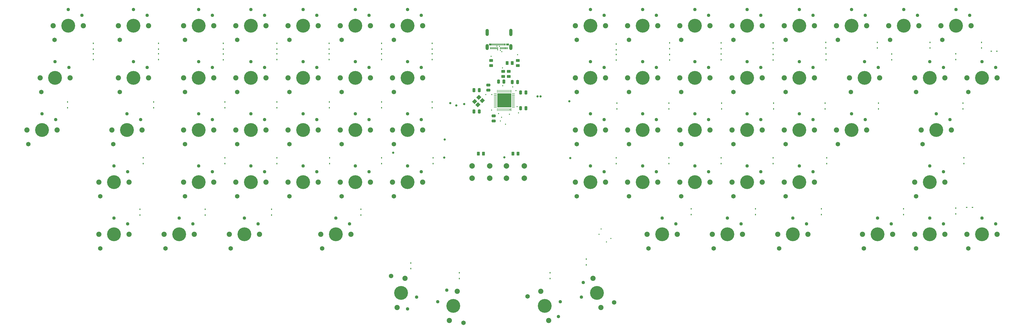
<source format=gbr>
%TF.GenerationSoftware,KiCad,Pcbnew,(6.0.10)*%
%TF.CreationDate,2023-02-07T21:59:56+13:00*%
%TF.ProjectId,orthoCode,6f727468-6f43-46f6-9465-2e6b69636164,rev?*%
%TF.SameCoordinates,Original*%
%TF.FileFunction,Soldermask,Top*%
%TF.FilePolarity,Negative*%
%FSLAX46Y46*%
G04 Gerber Fmt 4.6, Leading zero omitted, Abs format (unit mm)*
G04 Created by KiCad (PCBNEW (6.0.10)) date 2023-02-07 21:59:56*
%MOMM*%
%LPD*%
G01*
G04 APERTURE LIST*
G04 Aperture macros list*
%AMRoundRect*
0 Rectangle with rounded corners*
0 $1 Rounding radius*
0 $2 $3 $4 $5 $6 $7 $8 $9 X,Y pos of 4 corners*
0 Add a 4 corners polygon primitive as box body*
4,1,4,$2,$3,$4,$5,$6,$7,$8,$9,$2,$3,0*
0 Add four circle primitives for the rounded corners*
1,1,$1+$1,$2,$3*
1,1,$1+$1,$4,$5*
1,1,$1+$1,$6,$7*
1,1,$1+$1,$8,$9*
0 Add four rect primitives between the rounded corners*
20,1,$1+$1,$2,$3,$4,$5,0*
20,1,$1+$1,$4,$5,$6,$7,0*
20,1,$1+$1,$6,$7,$8,$9,0*
20,1,$1+$1,$8,$9,$2,$3,0*%
%AMRotRect*
0 Rectangle, with rotation*
0 The origin of the aperture is its center*
0 $1 length*
0 $2 width*
0 $3 Rotation angle, in degrees counterclockwise*
0 Add horizontal line*
21,1,$1,$2,0,0,$3*%
G04 Aperture macros list end*
%ADD10RotRect,1.400000X1.200000X45.000000*%
%ADD11C,2.000000*%
%ADD12RoundRect,0.250000X0.250000X0.475000X-0.250000X0.475000X-0.250000X-0.475000X0.250000X-0.475000X0*%
%ADD13R,0.450000X0.600000*%
%ADD14R,0.600000X0.450000*%
%ADD15C,1.250000*%
%ADD16C,1.650000*%
%ADD17C,5.050000*%
%ADD18C,1.900000*%
%ADD19RoundRect,0.250000X-0.250000X-0.475000X0.250000X-0.475000X0.250000X0.475000X-0.250000X0.475000X0*%
%ADD20RoundRect,0.250000X0.450000X-0.262500X0.450000X0.262500X-0.450000X0.262500X-0.450000X-0.262500X0*%
%ADD21RoundRect,0.250000X0.262500X0.450000X-0.262500X0.450000X-0.262500X-0.450000X0.262500X-0.450000X0*%
%ADD22RoundRect,0.250000X-0.262500X-0.450000X0.262500X-0.450000X0.262500X0.450000X-0.262500X0.450000X0*%
%ADD23R,0.300000X0.700000*%
%ADD24R,1.000000X0.700000*%
%ADD25O,1.200000X2.200000*%
%ADD26O,1.200000X2.700000*%
%ADD27O,1.200000X2.600000*%
%ADD28RoundRect,0.250000X0.475000X-0.250000X0.475000X0.250000X-0.475000X0.250000X-0.475000X-0.250000X0*%
%ADD29R,5.200000X5.200000*%
%ADD30RoundRect,0.062500X-0.475000X0.062500X-0.475000X-0.062500X0.475000X-0.062500X0.475000X0.062500X0*%
%ADD31RoundRect,0.062500X-0.062500X0.475000X-0.062500X-0.475000X0.062500X-0.475000X0.062500X0.475000X0*%
%ADD32RoundRect,0.250000X-0.475000X0.250000X-0.475000X-0.250000X0.475000X-0.250000X0.475000X0.250000X0*%
%ADD33C,0.800000*%
%ADD34C,0.400000*%
G04 APERTURE END LIST*
D10*
%TO.C,X1*%
X194723223Y-95578858D03*
X196278858Y-94023223D03*
X195076777Y-92821142D03*
X193521142Y-94376777D03*
%TD*%
D11*
%TO.C,BOOT1*%
X211650000Y-117900000D03*
X205150000Y-117900000D03*
X205150000Y-122400000D03*
X211650000Y-122400000D03*
%TD*%
D12*
%TO.C,C1*%
X195200000Y-98000000D03*
X193300000Y-98000000D03*
%TD*%
%TO.C,C2*%
X195200000Y-90250000D03*
X193300000Y-90250000D03*
%TD*%
D13*
%TO.C,D1:8*%
X234200000Y-151950000D03*
X234200000Y-154050000D03*
%TD*%
%TO.C,D1:1*%
X71400000Y-133750000D03*
X71400000Y-135850000D03*
%TD*%
%TO.C,D1:2*%
X95200000Y-133750000D03*
X95200000Y-135850000D03*
%TD*%
%TO.C,D1:3*%
X119400000Y-133750000D03*
X119400000Y-135850000D03*
%TD*%
%TO.C,D1:4*%
X152000000Y-133750000D03*
X152000000Y-135850000D03*
%TD*%
%TO.C,D1:5*%
X170200000Y-153350000D03*
X170200000Y-155450000D03*
%TD*%
%TO.C,D1:6*%
X187960000Y-156950000D03*
X187960000Y-159050000D03*
%TD*%
%TO.C,D1:7*%
X221000000Y-156950000D03*
X221000000Y-159050000D03*
%TD*%
%TO.C,D1:9*%
X272500000Y-133570000D03*
X272500000Y-135670000D03*
%TD*%
%TO.C,D1:10*%
X296000000Y-133570000D03*
X296000000Y-135670000D03*
%TD*%
%TO.C,D1:11*%
X320040000Y-133570000D03*
X320040000Y-135670000D03*
%TD*%
%TO.C,D1:12*%
X350000000Y-133550000D03*
X350000000Y-135650000D03*
%TD*%
%TO.C,D1:13*%
X369000000Y-133350000D03*
X369000000Y-135450000D03*
%TD*%
D14*
%TO.C,D1:14*%
X373050000Y-133050000D03*
X375150000Y-133050000D03*
%TD*%
D13*
%TO.C,D2:1*%
X72600000Y-114950000D03*
X72600000Y-117050000D03*
%TD*%
%TO.C,D2:2*%
X102400000Y-114950000D03*
X102400000Y-117050000D03*
%TD*%
%TO.C,D2:3*%
X121400000Y-114950000D03*
X121400000Y-117050000D03*
%TD*%
%TO.C,D2:4*%
X140600000Y-114950000D03*
X140600000Y-117050000D03*
%TD*%
%TO.C,D2:5*%
X159600000Y-114950000D03*
X159600000Y-117050000D03*
%TD*%
%TO.C,D2:6*%
X178400000Y-114950000D03*
X178400000Y-117050000D03*
%TD*%
%TO.C,D2:7*%
X245200000Y-114950000D03*
X245200000Y-117050000D03*
%TD*%
%TO.C,D2:8*%
X264400000Y-114950000D03*
X264400000Y-117050000D03*
%TD*%
%TO.C,D2:9*%
X283400000Y-114950000D03*
X283400000Y-117050000D03*
%TD*%
%TO.C,D2:10*%
X302400000Y-114950000D03*
X302400000Y-117050000D03*
%TD*%
%TO.C,D2:11*%
X321980000Y-114950000D03*
X321980000Y-117050000D03*
%TD*%
%TO.C,D2:13*%
X372000000Y-114950000D03*
X372000000Y-117050000D03*
%TD*%
%TO.C,D3:0*%
X45000000Y-94550000D03*
X45000000Y-96650000D03*
%TD*%
%TO.C,D3:1*%
X76400000Y-94550000D03*
X76400000Y-96650000D03*
%TD*%
%TO.C,D3:2*%
X102420000Y-94550000D03*
X102420000Y-96650000D03*
%TD*%
%TO.C,D3:3*%
X121400000Y-94550000D03*
X121400000Y-96650000D03*
%TD*%
%TO.C,D3:4*%
X140520000Y-94550000D03*
X140520000Y-96650000D03*
%TD*%
%TO.C,D3:5*%
X159600000Y-94550000D03*
X159600000Y-96650000D03*
%TD*%
%TO.C,D3:6*%
X178000000Y-94550000D03*
X178000000Y-96650000D03*
%TD*%
%TO.C,D3:7*%
X245400000Y-94950000D03*
X245400000Y-97050000D03*
%TD*%
%TO.C,D3:8*%
X264400000Y-94950000D03*
X264400000Y-97050000D03*
%TD*%
%TO.C,D3:9*%
X283600000Y-94950000D03*
X283600000Y-97050000D03*
%TD*%
%TO.C,D3:10*%
X302600000Y-94950000D03*
X302600000Y-97050000D03*
%TD*%
%TO.C,D3:11*%
X321400000Y-94950000D03*
X321400000Y-97050000D03*
%TD*%
%TO.C,D3:12*%
X340800000Y-94950000D03*
X340800000Y-97050000D03*
%TD*%
%TO.C,D3:13*%
X371660000Y-95000000D03*
X371660000Y-97100000D03*
%TD*%
%TO.C,D4:0*%
X54400000Y-76950000D03*
X54400000Y-79050000D03*
%TD*%
%TO.C,D4:1*%
X78200000Y-76950000D03*
X78200000Y-79050000D03*
%TD*%
%TO.C,D4:2*%
X101850000Y-77015000D03*
X101850000Y-79115000D03*
%TD*%
%TO.C,D4:3*%
X121400000Y-76950000D03*
X121400000Y-79050000D03*
%TD*%
%TO.C,D4:4*%
X140400000Y-76950000D03*
X140400000Y-79050000D03*
%TD*%
%TO.C,D4:5*%
X159600000Y-76950000D03*
X159600000Y-79050000D03*
%TD*%
%TO.C,D4:6*%
X178000000Y-76950000D03*
X178000000Y-79050000D03*
%TD*%
%TO.C,D4:7*%
X245200000Y-77150000D03*
X245200000Y-79250000D03*
%TD*%
%TO.C,D4:8*%
X264600000Y-77150000D03*
X264600000Y-79250000D03*
%TD*%
%TO.C,D4:9*%
X283400000Y-77015000D03*
X283400000Y-79115000D03*
%TD*%
%TO.C,D4:10*%
X302400000Y-77150000D03*
X302400000Y-79250000D03*
%TD*%
%TO.C,D4:11*%
X321700000Y-77015000D03*
X321700000Y-79115000D03*
%TD*%
%TO.C,D4:12*%
X345700000Y-77015000D03*
X345700000Y-79115000D03*
%TD*%
%TO.C,D4:13*%
X369000000Y-76950000D03*
X369000000Y-79050000D03*
%TD*%
D14*
%TO.C,D4:14*%
X381950000Y-76000000D03*
X384050000Y-76000000D03*
%TD*%
D13*
%TO.C,D5:0*%
X54400000Y-75250000D03*
X54400000Y-73150000D03*
%TD*%
%TO.C,D5:1*%
X78200000Y-75250000D03*
X78200000Y-73150000D03*
%TD*%
%TO.C,D5:2*%
X101800000Y-75250000D03*
X101800000Y-73150000D03*
%TD*%
%TO.C,D5:3*%
X121400000Y-75250000D03*
X121400000Y-73150000D03*
%TD*%
%TO.C,D5:4*%
X140400000Y-75250000D03*
X140400000Y-73150000D03*
%TD*%
%TO.C,D5:5*%
X159600000Y-75250000D03*
X159600000Y-73150000D03*
%TD*%
%TO.C,D5:6*%
X178000000Y-75250000D03*
X178000000Y-73150000D03*
%TD*%
%TO.C,D5:7*%
X245200000Y-75450000D03*
X245200000Y-73350000D03*
%TD*%
%TO.C,D5:8*%
X264600000Y-75050000D03*
X264600000Y-72950000D03*
%TD*%
%TO.C,D5:9*%
X283400000Y-75050000D03*
X283400000Y-72950000D03*
%TD*%
%TO.C,D5:10*%
X302400000Y-75050000D03*
X302400000Y-72950000D03*
%TD*%
%TO.C,D5:11*%
X321600000Y-74850000D03*
X321600000Y-72750000D03*
%TD*%
%TO.C,D5:12*%
X340400000Y-74850000D03*
X340400000Y-72750000D03*
%TD*%
%TO.C,D5:13*%
X359600000Y-74850000D03*
X359600000Y-72750000D03*
%TD*%
%TO.C,D5:14*%
X378400000Y-74850000D03*
X378400000Y-72750000D03*
%TD*%
D15*
%TO.C,K1:8*%
X233160387Y-160460133D03*
D16*
X244393613Y-167802961D03*
D17*
X238125000Y-164306250D03*
D15*
X232426038Y-165833282D03*
D18*
X236701495Y-158993658D03*
X239548505Y-169618842D03*
%TD*%
D15*
%TO.C,K1:1*%
X61912500Y-136975000D03*
D16*
X56912500Y-148025000D03*
D18*
X56412500Y-142875000D03*
D17*
X61912500Y-142875000D03*
D15*
X66912500Y-139075000D03*
D18*
X67412500Y-142875000D03*
%TD*%
D16*
%TO.C,K1:2*%
X80725000Y-148025000D03*
D15*
X85725000Y-136975000D03*
D18*
X80225000Y-142875000D03*
D15*
X90725000Y-139075000D03*
D17*
X85725000Y-142875000D03*
D18*
X91225000Y-142875000D03*
%TD*%
D17*
%TO.C,K1:3*%
X109537500Y-142875000D03*
D15*
X114537500Y-139075000D03*
D18*
X115037500Y-142875000D03*
X104037500Y-142875000D03*
D15*
X109537500Y-136975000D03*
D16*
X104537500Y-148025000D03*
%TD*%
D18*
%TO.C,K1:4*%
X148375000Y-142875000D03*
D17*
X142875000Y-142875000D03*
D15*
X142875000Y-136975000D03*
X147875000Y-139075000D03*
D16*
X137875000Y-148025000D03*
D18*
X137375000Y-142875000D03*
%TD*%
D15*
%TO.C,K1:5*%
X169063923Y-170119392D03*
X172386462Y-165833282D03*
D18*
X165263995Y-169618842D03*
D17*
X166687500Y-164306250D03*
D18*
X168111005Y-158993658D03*
D16*
X163007077Y-158143703D03*
%TD*%
D17*
%TO.C,K1:6*%
X185737500Y-169068750D03*
D16*
X189417923Y-175231297D03*
D18*
X184313995Y-174381342D03*
D15*
X180038538Y-167541718D03*
X183361077Y-163255608D03*
D18*
X187161005Y-163756158D03*
%TD*%
D17*
%TO.C,K1:7*%
X219075000Y-169068750D03*
D16*
X212806387Y-165572039D03*
D18*
X220498505Y-174381342D03*
D15*
X224773962Y-167541718D03*
D18*
X217651495Y-163756158D03*
D15*
X224039613Y-172914867D03*
%TD*%
D17*
%TO.C,K1:9*%
X261937500Y-142875000D03*
D16*
X256937500Y-148025000D03*
D15*
X261937500Y-136975000D03*
X266937500Y-139075000D03*
D18*
X256437500Y-142875000D03*
X267437500Y-142875000D03*
%TD*%
D17*
%TO.C,K1:10*%
X285750000Y-142875000D03*
D15*
X290750000Y-139075000D03*
D16*
X280750000Y-148025000D03*
D18*
X291250000Y-142875000D03*
D15*
X285750000Y-136975000D03*
D18*
X280250000Y-142875000D03*
%TD*%
%TO.C,K1:11*%
X315062500Y-142875000D03*
D16*
X304562500Y-148025000D03*
D18*
X304062500Y-142875000D03*
D15*
X309562500Y-136975000D03*
X314562500Y-139075000D03*
D17*
X309562500Y-142875000D03*
%TD*%
D18*
%TO.C,K1:12*%
X346018750Y-142875000D03*
D16*
X335518750Y-148025000D03*
D15*
X340518750Y-136975000D03*
D18*
X335018750Y-142875000D03*
D17*
X340518750Y-142875000D03*
D15*
X345518750Y-139075000D03*
%TD*%
D16*
%TO.C,K1:13*%
X354568750Y-148025000D03*
D17*
X359568750Y-142875000D03*
D18*
X365068750Y-142875000D03*
D15*
X359568750Y-136975000D03*
D18*
X354068750Y-142875000D03*
D15*
X364568750Y-139075000D03*
%TD*%
D18*
%TO.C,K1:14*%
X373118750Y-142875000D03*
D16*
X373618750Y-148025000D03*
D15*
X383618750Y-139075000D03*
D18*
X384118750Y-142875000D03*
D15*
X378618750Y-136975000D03*
D17*
X378618750Y-142875000D03*
%TD*%
D15*
%TO.C,K2:2*%
X92868750Y-117925000D03*
D18*
X98368750Y-123825000D03*
D15*
X97868750Y-120025000D03*
D17*
X92868750Y-123825000D03*
D16*
X87868750Y-128975000D03*
D18*
X87368750Y-123825000D03*
%TD*%
%TO.C,K2:3*%
X117418750Y-123825000D03*
X106418750Y-123825000D03*
D15*
X111918750Y-117925000D03*
X116918750Y-120025000D03*
D17*
X111918750Y-123825000D03*
D16*
X106918750Y-128975000D03*
%TD*%
D17*
%TO.C,K2:4*%
X130968750Y-123825000D03*
D15*
X130968750Y-117925000D03*
D16*
X125968750Y-128975000D03*
D18*
X125468750Y-123825000D03*
D15*
X135968750Y-120025000D03*
D18*
X136468750Y-123825000D03*
%TD*%
%TO.C,K2:5*%
X155518750Y-123825000D03*
D15*
X155018750Y-120025000D03*
X150018750Y-117925000D03*
D17*
X150018750Y-123825000D03*
D18*
X144518750Y-123825000D03*
D16*
X145018750Y-128975000D03*
%TD*%
D15*
%TO.C,K2:6*%
X169068750Y-117925000D03*
D16*
X164068750Y-128975000D03*
D17*
X169068750Y-123825000D03*
D18*
X163568750Y-123825000D03*
X174568750Y-123825000D03*
D15*
X174068750Y-120025000D03*
%TD*%
D18*
%TO.C,K2:7*%
X230243750Y-123825000D03*
X241243750Y-123825000D03*
D16*
X230743750Y-128975000D03*
D15*
X240743750Y-120025000D03*
X235743750Y-117925000D03*
D17*
X235743750Y-123825000D03*
%TD*%
D15*
%TO.C,K2:8*%
X259793750Y-120025000D03*
D16*
X249793750Y-128975000D03*
D18*
X260293750Y-123825000D03*
D17*
X254793750Y-123825000D03*
D18*
X249293750Y-123825000D03*
D15*
X254793750Y-117925000D03*
%TD*%
D16*
%TO.C,K2:9*%
X268843750Y-128975000D03*
D15*
X278843750Y-120025000D03*
X273843750Y-117925000D03*
D18*
X268343750Y-123825000D03*
D17*
X273843750Y-123825000D03*
D18*
X279343750Y-123825000D03*
%TD*%
%TO.C,K2:10*%
X298393750Y-123825000D03*
D16*
X287893750Y-128975000D03*
D18*
X287393750Y-123825000D03*
D15*
X292893750Y-117925000D03*
D17*
X292893750Y-123825000D03*
D15*
X297893750Y-120025000D03*
%TD*%
D18*
%TO.C,K2:11*%
X306443750Y-123825000D03*
D16*
X306943750Y-128975000D03*
D15*
X311943750Y-117925000D03*
D18*
X317443750Y-123825000D03*
D17*
X311943750Y-123825000D03*
D15*
X316943750Y-120025000D03*
%TD*%
%TO.C,K2:13*%
X364568750Y-120025000D03*
X359568750Y-117925000D03*
D16*
X354568750Y-128975000D03*
D17*
X359568750Y-123825000D03*
D18*
X365068750Y-123825000D03*
X354068750Y-123825000D03*
%TD*%
D15*
%TO.C,K3:0*%
X35718750Y-98875000D03*
D16*
X30718750Y-109925000D03*
D15*
X40718750Y-100975000D03*
D17*
X35718750Y-104775000D03*
D18*
X30218750Y-104775000D03*
X41218750Y-104775000D03*
%TD*%
D15*
%TO.C,K3:1*%
X66675000Y-98875000D03*
D17*
X66675000Y-104775000D03*
D15*
X71675000Y-100975000D03*
D18*
X61175000Y-104775000D03*
X72175000Y-104775000D03*
D16*
X61675000Y-109925000D03*
%TD*%
D18*
%TO.C,K3:2*%
X98368750Y-104775000D03*
D15*
X92868750Y-98875000D03*
D17*
X92868750Y-104775000D03*
D18*
X87368750Y-104775000D03*
D16*
X87868750Y-109925000D03*
D15*
X97868750Y-100975000D03*
%TD*%
D18*
%TO.C,K3:3*%
X106418750Y-104775000D03*
D17*
X111918750Y-104775000D03*
D16*
X106918750Y-109925000D03*
D18*
X117418750Y-104775000D03*
D15*
X111918750Y-98875000D03*
X116918750Y-100975000D03*
%TD*%
D16*
%TO.C,K3:4*%
X125968750Y-109925000D03*
D15*
X130968750Y-98875000D03*
D17*
X130968750Y-104775000D03*
D18*
X136468750Y-104775000D03*
X125468750Y-104775000D03*
D15*
X135968750Y-100975000D03*
%TD*%
D17*
%TO.C,K3:5*%
X150018750Y-104775000D03*
D15*
X155018750Y-100975000D03*
D18*
X144518750Y-104775000D03*
D16*
X145018750Y-109925000D03*
D18*
X155518750Y-104775000D03*
D15*
X150018750Y-98875000D03*
%TD*%
%TO.C,K3:6*%
X174068750Y-100975000D03*
D18*
X174568750Y-104775000D03*
X163568750Y-104775000D03*
D15*
X169068750Y-98875000D03*
D17*
X169068750Y-104775000D03*
D16*
X164068750Y-109925000D03*
%TD*%
D17*
%TO.C,K3:7*%
X235743750Y-104775000D03*
D15*
X235743750Y-98875000D03*
X240743750Y-100975000D03*
D18*
X241243750Y-104775000D03*
D16*
X230743750Y-109925000D03*
D18*
X230243750Y-104775000D03*
%TD*%
D17*
%TO.C,K3:8*%
X254793750Y-104775000D03*
D16*
X249793750Y-109925000D03*
D18*
X260293750Y-104775000D03*
D15*
X259793750Y-100975000D03*
X254793750Y-98875000D03*
D18*
X249293750Y-104775000D03*
%TD*%
%TO.C,K3:9*%
X279343750Y-104775000D03*
D15*
X278843750Y-100975000D03*
D18*
X268343750Y-104775000D03*
D17*
X273843750Y-104775000D03*
D15*
X273843750Y-98875000D03*
D16*
X268843750Y-109925000D03*
%TD*%
D15*
%TO.C,K3:10*%
X292893750Y-98875000D03*
D18*
X287393750Y-104775000D03*
D16*
X287893750Y-109925000D03*
D17*
X292893750Y-104775000D03*
D15*
X297893750Y-100975000D03*
D18*
X298393750Y-104775000D03*
%TD*%
D17*
%TO.C,K3:11*%
X311943750Y-104775000D03*
D18*
X306443750Y-104775000D03*
D15*
X316943750Y-100975000D03*
D18*
X317443750Y-104775000D03*
D15*
X311943750Y-98875000D03*
D16*
X306943750Y-109925000D03*
%TD*%
%TO.C,K3:12*%
X325993750Y-109925000D03*
D18*
X336493750Y-104775000D03*
D15*
X330993750Y-98875000D03*
D17*
X330993750Y-104775000D03*
D18*
X325493750Y-104775000D03*
D15*
X335993750Y-100975000D03*
%TD*%
D18*
%TO.C,K3:13*%
X367450000Y-104775000D03*
D15*
X366950000Y-100975000D03*
X361950000Y-98875000D03*
D17*
X361950000Y-104775000D03*
D16*
X356950000Y-109925000D03*
D18*
X356450000Y-104775000D03*
%TD*%
D15*
%TO.C,K4:0*%
X45481250Y-81925000D03*
D18*
X45981250Y-85725000D03*
D16*
X35481250Y-90875000D03*
D15*
X40481250Y-79825000D03*
D17*
X40481250Y-85725000D03*
D18*
X34981250Y-85725000D03*
%TD*%
D16*
%TO.C,K4:1*%
X64056250Y-90875000D03*
D15*
X74056250Y-81925000D03*
D18*
X63556250Y-85725000D03*
D17*
X69056250Y-85725000D03*
D15*
X69056250Y-79825000D03*
D18*
X74556250Y-85725000D03*
%TD*%
D17*
%TO.C,K4:2*%
X92868750Y-85725000D03*
D15*
X92868750Y-79825000D03*
D18*
X87368750Y-85725000D03*
X98368750Y-85725000D03*
D16*
X87868750Y-90875000D03*
D15*
X97868750Y-81925000D03*
%TD*%
D16*
%TO.C,K4:3*%
X106918750Y-90875000D03*
D17*
X111918750Y-85725000D03*
D15*
X111918750Y-79825000D03*
D18*
X106418750Y-85725000D03*
D15*
X116918750Y-81925000D03*
D18*
X117418750Y-85725000D03*
%TD*%
D17*
%TO.C,K4:4*%
X130968750Y-85725000D03*
D18*
X125468750Y-85725000D03*
D15*
X135968750Y-81925000D03*
D18*
X136468750Y-85725000D03*
D16*
X125968750Y-90875000D03*
D15*
X130968750Y-79825000D03*
%TD*%
%TO.C,K4:5*%
X150018750Y-79825000D03*
X155018750Y-81925000D03*
D16*
X145018750Y-90875000D03*
D17*
X150018750Y-85725000D03*
D18*
X144518750Y-85725000D03*
X155518750Y-85725000D03*
%TD*%
%TO.C,K4:6*%
X174568750Y-85725000D03*
D16*
X164068750Y-90875000D03*
D17*
X169068750Y-85725000D03*
D18*
X163568750Y-85725000D03*
D15*
X169068750Y-79825000D03*
X174068750Y-81925000D03*
%TD*%
%TO.C,K4:7*%
X235743750Y-79825000D03*
D17*
X235743750Y-85725000D03*
D15*
X240743750Y-81925000D03*
D18*
X241243750Y-85725000D03*
D16*
X230743750Y-90875000D03*
D18*
X230243750Y-85725000D03*
%TD*%
%TO.C,K4:8*%
X249293750Y-85725000D03*
X260293750Y-85725000D03*
D15*
X254793750Y-79825000D03*
X259793750Y-81925000D03*
D16*
X249793750Y-90875000D03*
D17*
X254793750Y-85725000D03*
%TD*%
%TO.C,K4:9*%
X273843750Y-85725000D03*
D18*
X279343750Y-85725000D03*
D16*
X268843750Y-90875000D03*
D15*
X273843750Y-79825000D03*
D18*
X268343750Y-85725000D03*
D15*
X278843750Y-81925000D03*
%TD*%
D18*
%TO.C,K4:10*%
X298393750Y-85725000D03*
X287393750Y-85725000D03*
D17*
X292893750Y-85725000D03*
D15*
X292893750Y-79825000D03*
X297893750Y-81925000D03*
D16*
X287893750Y-90875000D03*
%TD*%
D15*
%TO.C,K4:11*%
X316943750Y-81925000D03*
X311943750Y-79825000D03*
D18*
X306443750Y-85725000D03*
D16*
X306943750Y-90875000D03*
D18*
X317443750Y-85725000D03*
D17*
X311943750Y-85725000D03*
%TD*%
D18*
%TO.C,K4:12*%
X330256250Y-85725000D03*
D16*
X330756250Y-90875000D03*
D17*
X335756250Y-85725000D03*
D15*
X340756250Y-81925000D03*
X335756250Y-79825000D03*
D18*
X341256250Y-85725000D03*
%TD*%
D15*
%TO.C,K4:13*%
X359568750Y-79825000D03*
D16*
X354568750Y-90875000D03*
D17*
X359568750Y-85725000D03*
D18*
X365068750Y-85725000D03*
D15*
X364568750Y-81925000D03*
D18*
X354068750Y-85725000D03*
%TD*%
D17*
%TO.C,K4:14*%
X378618750Y-85725000D03*
D16*
X373618750Y-90875000D03*
D15*
X378618750Y-79825000D03*
X383618750Y-81925000D03*
D18*
X384118750Y-85725000D03*
X373118750Y-85725000D03*
%TD*%
D17*
%TO.C,K5:0*%
X45243750Y-66675000D03*
D16*
X40243750Y-71825000D03*
D15*
X50243750Y-62875000D03*
D18*
X39743750Y-66675000D03*
X50743750Y-66675000D03*
D15*
X45243750Y-60775000D03*
%TD*%
D16*
%TO.C,K5:1*%
X64056250Y-71825000D03*
D15*
X74056250Y-62875000D03*
D18*
X63556250Y-66675000D03*
D17*
X69056250Y-66675000D03*
D18*
X74556250Y-66675000D03*
D15*
X69056250Y-60775000D03*
%TD*%
D18*
%TO.C,K5:2*%
X98368750Y-66675000D03*
D16*
X87868750Y-71825000D03*
D18*
X87368750Y-66675000D03*
D17*
X92868750Y-66675000D03*
D15*
X97868750Y-62875000D03*
X92868750Y-60775000D03*
%TD*%
%TO.C,K5:3*%
X111918750Y-60775000D03*
D17*
X111918750Y-66675000D03*
D16*
X106918750Y-71825000D03*
D15*
X116918750Y-62875000D03*
D18*
X106418750Y-66675000D03*
X117418750Y-66675000D03*
%TD*%
%TO.C,K5:4*%
X136468750Y-66675000D03*
D17*
X130968750Y-66675000D03*
D16*
X125968750Y-71825000D03*
D15*
X130968750Y-60775000D03*
D18*
X125468750Y-66675000D03*
D15*
X135968750Y-62875000D03*
%TD*%
D16*
%TO.C,K5:5*%
X145018750Y-71825000D03*
D18*
X144518750Y-66675000D03*
D15*
X150018750Y-60775000D03*
D17*
X150018750Y-66675000D03*
D15*
X155018750Y-62875000D03*
D18*
X155518750Y-66675000D03*
%TD*%
%TO.C,K5:6*%
X163568750Y-66675000D03*
D16*
X164068750Y-71825000D03*
D17*
X169068750Y-66675000D03*
D15*
X174068750Y-62875000D03*
D18*
X174568750Y-66675000D03*
D15*
X169068750Y-60775000D03*
%TD*%
D16*
%TO.C,K5:7*%
X230743750Y-71825000D03*
D15*
X240743750Y-62875000D03*
D18*
X241243750Y-66675000D03*
D17*
X235743750Y-66675000D03*
D15*
X235743750Y-60775000D03*
D18*
X230243750Y-66675000D03*
%TD*%
D15*
%TO.C,K5:8*%
X259793750Y-62875000D03*
D17*
X254793750Y-66675000D03*
D15*
X254793750Y-60775000D03*
D18*
X249293750Y-66675000D03*
D16*
X249793750Y-71825000D03*
D18*
X260293750Y-66675000D03*
%TD*%
%TO.C,K5:9*%
X268343750Y-66675000D03*
D16*
X268843750Y-71825000D03*
D15*
X273843750Y-60775000D03*
D18*
X279343750Y-66675000D03*
D17*
X273843750Y-66675000D03*
D15*
X278843750Y-62875000D03*
%TD*%
D16*
%TO.C,K5:10*%
X287893750Y-71825000D03*
D15*
X292893750Y-60775000D03*
D17*
X292893750Y-66675000D03*
D18*
X287393750Y-66675000D03*
D15*
X297893750Y-62875000D03*
D18*
X298393750Y-66675000D03*
%TD*%
D15*
%TO.C,K5:11*%
X316943750Y-62875000D03*
D17*
X311943750Y-66675000D03*
D16*
X306943750Y-71825000D03*
D18*
X306443750Y-66675000D03*
D15*
X311943750Y-60775000D03*
D18*
X317443750Y-66675000D03*
%TD*%
D16*
%TO.C,K5:12*%
X325993750Y-71825000D03*
D17*
X330993750Y-66675000D03*
D18*
X325493750Y-66675000D03*
X336493750Y-66675000D03*
D15*
X330993750Y-60775000D03*
X335993750Y-62875000D03*
%TD*%
D16*
%TO.C,K5:13*%
X345043750Y-71825000D03*
D15*
X350043750Y-60775000D03*
D18*
X355543750Y-66675000D03*
D15*
X355043750Y-62875000D03*
D18*
X344543750Y-66675000D03*
D17*
X350043750Y-66675000D03*
%TD*%
D18*
%TO.C,K5:14*%
X374593750Y-66675000D03*
D15*
X374093750Y-62875000D03*
D18*
X363593750Y-66675000D03*
D15*
X369093750Y-60775000D03*
D17*
X369093750Y-66675000D03*
D16*
X364093750Y-71825000D03*
%TD*%
D11*
%TO.C,RESET1*%
X192550000Y-122400000D03*
X199050000Y-122400000D03*
X199050000Y-117900000D03*
X192550000Y-117900000D03*
%TD*%
D18*
%TO.C,K2:1*%
X56412500Y-123825000D03*
D16*
X56912500Y-128975000D03*
D15*
X66912500Y-120025000D03*
X61912500Y-117925000D03*
D18*
X67412500Y-123825000D03*
D17*
X61912500Y-123825000D03*
%TD*%
D19*
%TO.C,C4*%
X210300000Y-91062500D03*
X212200000Y-91062500D03*
%TD*%
%TO.C,C7*%
X207250000Y-87300000D03*
X209150000Y-87300000D03*
%TD*%
%TO.C,C3*%
X210300000Y-96812500D03*
X212200000Y-96812500D03*
%TD*%
D20*
%TO.C,R1*%
X209250000Y-81225000D03*
X209250000Y-79400000D03*
%TD*%
%TO.C,R2*%
X199500000Y-81225000D03*
X199500000Y-79400000D03*
%TD*%
%TO.C,R3*%
X206000000Y-85212500D03*
X206000000Y-83387500D03*
%TD*%
%TO.C,R4*%
X203900000Y-85212500D03*
X203900000Y-83387500D03*
%TD*%
D21*
%TO.C,R5*%
X207212500Y-80300000D03*
X205387500Y-80300000D03*
%TD*%
D22*
%TO.C,R7*%
X194887500Y-113400000D03*
X196712500Y-113400000D03*
%TD*%
D19*
%TO.C,C8*%
X202250000Y-87100000D03*
X204150000Y-87100000D03*
%TD*%
D22*
%TO.C,R8*%
X207487500Y-113400000D03*
X209312500Y-113400000D03*
%TD*%
D23*
%TO.C,USB1*%
X205400000Y-74882500D03*
X204900000Y-74882500D03*
X204400000Y-74882500D03*
X203900000Y-74882500D03*
X203400000Y-74882500D03*
X202900000Y-74882500D03*
X201900000Y-74882500D03*
X201400000Y-74882500D03*
X200900000Y-74882500D03*
X200400000Y-74882500D03*
X199900000Y-74882500D03*
X199400000Y-74882500D03*
D24*
X199300000Y-73582500D03*
D23*
X200150000Y-73582500D03*
X200650000Y-73582500D03*
X201150000Y-73582500D03*
X201650000Y-73582500D03*
X202150000Y-73582500D03*
X202650000Y-73582500D03*
X203150000Y-73582500D03*
X203650000Y-73582500D03*
X204150000Y-73582500D03*
X204650000Y-73582500D03*
D24*
X205500000Y-73582500D03*
D25*
X206720000Y-74472500D03*
X198080000Y-74472500D03*
D26*
X206720000Y-69112500D03*
D27*
X198080000Y-69112500D03*
%TD*%
D28*
%TO.C,C5*%
X198500000Y-90262500D03*
X198500000Y-88362500D03*
%TD*%
D29*
%TO.C,U2*%
X204350000Y-93962500D03*
D30*
X207687500Y-91462500D03*
X207687500Y-91962500D03*
X207687500Y-92462500D03*
X207687500Y-92962500D03*
X207687500Y-93462500D03*
X207687500Y-93962500D03*
X207687500Y-94462500D03*
X207687500Y-94962500D03*
X207687500Y-95462500D03*
X207687500Y-95962500D03*
X207687500Y-96462500D03*
D31*
X206850000Y-97300000D03*
X206350000Y-97300000D03*
X205850000Y-97300000D03*
X205350000Y-97300000D03*
X204850000Y-97300000D03*
X204350000Y-97300000D03*
X203850000Y-97300000D03*
X203350000Y-97300000D03*
X202850000Y-97300000D03*
X202350000Y-97300000D03*
X201850000Y-97300000D03*
D30*
X201012500Y-96462500D03*
X201012500Y-95962500D03*
X201012500Y-95462500D03*
X201012500Y-94962500D03*
X201012500Y-94462500D03*
X201012500Y-93962500D03*
X201012500Y-93462500D03*
X201012500Y-92962500D03*
X201012500Y-92462500D03*
X201012500Y-91962500D03*
X201012500Y-91462500D03*
D31*
X201850000Y-90625000D03*
X202350000Y-90625000D03*
X202850000Y-90625000D03*
X203350000Y-90625000D03*
X203850000Y-90625000D03*
X204350000Y-90625000D03*
X204850000Y-90625000D03*
X205350000Y-90625000D03*
X205850000Y-90625000D03*
X206350000Y-90625000D03*
X206850000Y-90625000D03*
%TD*%
D32*
%TO.C,C6*%
X200500000Y-99612500D03*
X200500000Y-101512500D03*
%TD*%
D33*
X163800000Y-113100000D03*
X182600000Y-108300000D03*
D34*
X243200000Y-144400000D03*
X239700000Y-140900000D03*
X206200000Y-99000000D03*
X238900000Y-142900000D03*
X206350000Y-97300000D03*
X241600000Y-145700000D03*
X209500000Y-98500000D03*
X199800000Y-91800000D03*
X199700000Y-97500000D03*
D33*
X182400000Y-114900000D03*
X204386500Y-114786500D03*
X228400000Y-115000000D03*
D34*
X204800000Y-102700000D03*
D33*
X184600000Y-95000000D03*
X228100000Y-94300000D03*
X217600000Y-92500000D03*
X186800000Y-95800000D03*
D34*
X202900000Y-101500000D03*
X203300000Y-100100000D03*
D33*
X189700000Y-95300000D03*
X216500000Y-92500000D03*
D34*
X209000000Y-96200000D03*
X208600000Y-90400000D03*
X202200000Y-98800000D03*
X207400000Y-89000000D03*
X197600000Y-91800000D03*
X203800000Y-88600000D03*
X209200000Y-77300000D03*
X203400000Y-76200000D03*
X201639456Y-74143143D03*
X199500000Y-77900000D03*
X201900000Y-75500000D03*
X202600000Y-74200000D03*
X202900000Y-75700000D03*
X203700000Y-82100000D03*
M02*

</source>
